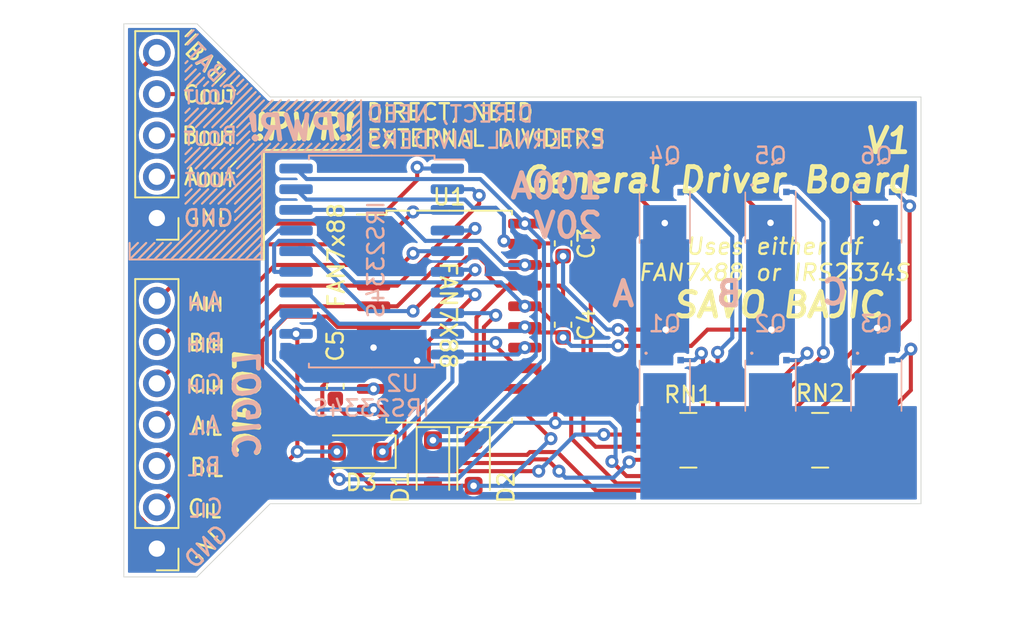
<source format=kicad_pcb>
(kicad_pcb (version 20221018) (generator pcbnew)
  (title_block (date "2021-11-22"))
  (layers (0 "F.Cu" signal) (31 "B.Cu" signal) (34 "B.Paste" user) (35 "F.Paste" user) (36 "B.SilkS" user "B.Silkscreen") (37 "F.SilkS" user "F.Silkscreen") (38 "B.Mask" user) (39 "F.Mask" user) (44 "Edge.Cuts" user))
  (net 0 "")
  (net 1 "GND")
  (net 2 "/A_{BS}")
  (net 3 "A_{OUT}")
  (net 4 "/B_{BS}")
  (net 5 "B_{OUT}")
  (net 6 "/C_{BS}")
  (net 7 "C_{OUT}")
  (net 8 "/AHO_{F}")
  (net 9 "/BHO_{F}")
  (net 10 "/CHO_{F}")
  (net 11 "+BATT")
  (net 12 "/ALO_{F}")
  (net 13 "/BLO_{F}")
  (net 14 "/CLO_{F}")
  (net 15 "/A_{HO}")
  (net 16 "/A_{LO}")
  (net 17 "/B_{HO}")
  (net 18 "/B_{LO}")
  (net 19 "/C_{HO}")
  (net 20 "/C_{LO}")
  (net 21 "/A_{IH}")
  (net 22 "/B_{IH}")
  (net 23 "/C_{IH}")
  (net 24 "/A_{IL}")
  (net 25 "/B_{IL}")
  (net 26 "/C_{IL}")
  (footprint "Capacitor_SMD:C_0603_1608Metric" (layer "F.Cu") (at 122.145 140.237 -90)
    (fp_text reference "C3")
    (fp_text value "1u")
  )
  (footprint "Capacitor_SMD:C_0603_1608Metric" (layer "F.Cu") (at 122.145 145.237 -90)
    (fp_text reference "C4")
    (fp_text value "1u")
  )
  (footprint "Capacitor_SMD:C_0603_1608Metric" (layer "F.Cu") (at 108.145 149.0245 90)
    (fp_text reference "C5")
    (fp_text value "1u")
  )
  (footprint "Diode_SMD:D_SOD-123F" (layer "F.Cu") (at 114.145 153.737 -90)
    (fp_text reference "D1")
    (fp_text value "DSS15UTR")
  )
  (footprint "Diode_SMD:D_SOD-123F" (layer "F.Cu") (at 116.645 153.737 -90)
    (fp_text reference "D2")
    (fp_text value "DSS15UTR")
  )
  (footprint "Diode_SMD:D_SOD-123F" (layer "F.Cu") (at 109.645 153.037 180)
    (fp_text reference "D3")
    (fp_text value "DSS15UTR")
  )
  (footprint "Resistor_SMD:R_Array_Convex_4x0603" (layer "F.Cu") (at 129.845 152.337)
    (fp_text reference "RN1")
    (fp_text value "20")
  )
  (footprint "Resistor_SMD:R_Array_Convex_4x0603" (layer "F.Cu") (at 137.945 152.337 180)
    (fp_text reference "RN2")
    (fp_text value "20")
  )
  (footprint "Package_SO:SOIC-20W_7.5x12.8mm_P1.27mm" (layer "F.Cu") (at 115.145 144.737)
    (fp_text reference "U1")
    (fp_text value "IRS2334S")
  )
  (footprint "Connector_PinHeader_2.54mm:PinHeader_1x07_P2.54mm_Vertical" (layer "F.Cu") (at 97.175 158.999 180)
    (fp_text reference "J1")
    (fp_text value "Logic")
  )
  (footprint "Connector_PinHeader_2.54mm:PinHeader_1x05_P2.54mm_Vertical" (layer "F.Cu") (at 97.175 138.679 180)
    (fp_text reference "J2")
    (fp_text value "Power")
  )
  (footprint "esc:TPN2R903PLL1Q" (layer "B.Cu") (at 128.395 148.987)
    (fp_text reference "Q1")
    (fp_text value "TPN2R903PL" hide)
  )
  (footprint "esc:TPN2R903PLL1Q" (layer "B.Cu") (at 134.895 148.987)
    (fp_text reference "Q2")
    (fp_text value "TPN2R903PL" hide)
  )
  (footprint "esc:TPN2R903PLL1Q" (layer "B.Cu") (at 141.395 148.987)
    (fp_text reference "Q3")
    (fp_text value "TPN2R903PL" hide)
  )
  (footprint "esc:TPN2R903PLL1Q" (layer "B.Cu") (at 128.395 138.662)
    (fp_text reference "Q4")
    (fp_text value "TPN2R903PL" hide)
  )
  (footprint "esc:TPN2R903PLL1Q" (layer "B.Cu") (at 134.895 138.647)
    (fp_text reference "Q5")
    (fp_text value "TPN2R903PL" hide)
  )
  (footprint "esc:TPN2R903PLL1Q" (layer "B.Cu") (at 141.395 138.647)
    (fp_text reference "Q6")
    (fp_text value "TPN2R903PL" hide)
  )
  (footprint "Package_SO:SOIC-20W_7.5x12.8mm_P1.27mm" (layer "B.Cu") (at 110.383 141.351 180)
    (fp_text reference "U2")
    (fp_text value "FAN7888")
  )
  (gr_line (start 99.949 137.795) (end 100.076 137.668) (stroke (width 0.12)) (layer "B.SilkS"))
  (gr_line (start 104.648 134.62) (end 105.156 134.112) (stroke (width 0.12)) (layer "B.SilkS"))
  (gr_line (start 109.728 131.572) (end 109.728 131.445) (stroke (width 0.12)) (layer "B.SilkS"))
  (gr_line (start 100.838 134.366) (end 100.584 134.62) (stroke (width 0.12)) (layer "B.SilkS"))
  (gr_line (start 102.108 132.588) (end 101.854 132.842) (stroke (width 0.12)) (layer "B.SilkS"))
  (gr_line (start 97.536 140.208) (end 96.52 141.224) (stroke (width 0.12)) (layer "B.SilkS"))
  (gr_line (start 98.044 140.208) (end 97.028 141.224) (stroke (width 0.12)) (layer "B.SilkS"))
  (gr_line (start 102.108 131.572) (end 102.616 131.064) (stroke (width 0.12)) (layer "B.SilkS"))
  (gr_line (start 101.473 137.795) (end 101.6 137.668) (stroke (width 0.12)) (layer "B.SilkS"))
  (gr_line (start 109.728 133.604) (end 108.712 134.62) (stroke (width 0.12)) (layer "B.SilkS"))
  (gr_line (start 100.203 131.953) (end 100.076 132.08) (stroke (width 0.12)) (layer "B.SilkS"))
  (gr_line (start 102.108 133.604) (end 102.616 133.096) (stroke (width 0.12)) (layer "B.SilkS"))
  (gr_line (start 100.584 141.224) (end 103.632 138.176) (stroke (width 0.12)) (layer "B.SilkS"))
  (gr_line (start 102.616 133.604) (end 102.87 133.35) (stroke (width 0.12)) (layer "B.SilkS"))
  (gr_line (start 100.076 134.62) (end 99.06 135.636) (stroke (width 0.12)) (layer "B.SilkS"))
  (gr_line (start 103.632 141.224) (end 103.632 134.62) (stroke (width 0.12)) (layer "B.SilkS"))
  (gr_line (start 100.457 137.795) (end 100.584 137.668) (stroke (width 0.12)) (layer "B.SilkS"))
  (gr_line (start 105.664 134.112) (end 105.156 134.62) (stroke (width 0.12)) (layer "B.SilkS"))
  (gr_line (start 100.965 137.795) (end 101.092 137.668) (stroke (width 0.12)) (layer "B.SilkS"))
  (gr_line (start 103.632 134.62) (end 109.728 134.62) (stroke (width 0.12)) (layer "B.SilkS"))
  (gr_line (start 100.838 136.906) (end 100.584 137.16) (stroke (width 0.12)) (layer "B.SilkS"))
  (gr_line (start 102.616 133.096) (end 102.87 132.842) (stroke (width 0.12)) (layer "B.SilkS"))
  (gr_line (start 102.108 133.096) (end 103.632 131.572) (stroke (width 0.12)) (layer "B.SilkS"))
  (gr_line (start 109.22 132.588) (end 109.728 132.08) (stroke (width 0.12)) (layer "B.SilkS"))
  (gr_line (start 105.664 132.08) (end 106.172 131.572) (stroke (width 0.12)) (layer "B.SilkS"))
  (gr_line (start 104.14 132.08) (end 104.648 131.572) (stroke (width 0.12)) (layer "B.SilkS"))
  (gr_line (start 109.347 131.445) (end 109.22 131.572) (stroke (width 0.12)) (layer "B.SilkS"))
  (gr_line (start 103.632 137.668) (end 100.076 141.224) (stroke (width 0.12)) (layer "B.SilkS"))
  (gr_line (start 99.187 131.953) (end 98.933 132.207) (stroke (width 0.12)) (layer "B.SilkS"))
  (gr_line (start 101.092 137.668) (end 103.632 135.128) (stroke (width 0.12)) (layer "B.SilkS"))
  (gr_line (start 99.568 133.096) (end 100.584 132.08) (stroke (width 0.12)) (layer "B.SilkS"))
  (gr_line (start 99.822 139.446) (end 99.568 139.7) (stroke (width 0.12)) (layer "B.SilkS"))
  (gr_line (start 104.775 131.445) (end 104.648 131.572) (stroke (width 0.12)) (layer "B.SilkS"))
  (gr_line (start 101.981 137.795) (end 102.108 137.668) (stroke (width 0.12)) (layer "B.SilkS"))
  (gr_line (start 100.076 133.096) (end 101.092 132.08) (stroke (width 0.12)) (layer "B.SilkS"))
  (gr_line (start 101.092 141.224) (end 103.632 138.684) (stroke (width 0.12)) (layer "B.SilkS"))
  (gr_line (start 99.568 127.508) (end 99.695 127.381) (stroke (width 0.12)) (layer "B.SilkS"))
  (gr_line (start 103.124 134.112) (end 102.108 135.128) (stroke (width 0.12)) (layer "B.SilkS"))
  (gr_line (start 104.267 131.445) (end 104.14 131.572) (stroke (width 0.12)) (layer "B.SilkS"))
  (gr_line (start 109.728 133.096) (end 109.22 133.604) (stroke (width 0.12)) (layer "B.SilkS"))
  (gr_line (start 99.822 136.906) (end 99.568 137.16) (stroke (width 0.12)) (layer "B.SilkS"))
  (gr_line (start 107.188 132.08) (end 107.696 131.572) (stroke (width 0.12)) (layer "B.SilkS"))
  (gr_line (start 99.695 131.953) (end 99.568 132.08) (stroke (width 0.12)) (layer "B.SilkS"))
  (gr_line (start 108.712 134.112) (end 108.204 134.62) (stroke (width 0.12)) (layer "B.SilkS"))
  (gr_line (start 103.759 131.445) (end 103.632 131.572) (stroke (width 0.12)) (layer "B.SilkS"))
  (gr_line (start 99.568 137.668) (end 100.076 137.16) (stroke (width 0.12)) (layer "B.SilkS"))
  (gr_line (start 101.346 139.446) (end 101.092 139.7) (stroke (width 0.12)) (layer "B.SilkS"))
  (gr_line (start 105.664 134.62) (end 106.172 134.112) (stroke (width 0.12)) (layer "B.SilkS"))
  (gr_line (start 101.219 131.953) (end 101.092 132.08) (stroke (width 0.12)) (layer "B.SilkS"))
  (gr_line (start 102.108 138.176) (end 103.632 136.652) (stroke (width 0.12)) (layer "B.SilkS"))
  (gr_line (start 104.14 134.112) (end 102.108 136.144) (stroke (width 0.12)) (layer "B.SilkS"))
  (gr_line (start 100.33 136.906) (end 100.076 137.16) (stroke (width 0.12)) (layer "B.SilkS"))
  (gr_line (start 98.933 129.159) (end 99.06 129.032) (stroke (width 0.12)) (layer "B.SilkS"))
  (gr_line (start 107.315 131.445) (end 107.188 131.572) (stroke (width 0.12)) (layer "B.SilkS"))
  (gr_line (start 108.712 132.08) (end 109.22 131.572) (stroke (width 0.12)) (layer "B.SilkS"))
  (gr_line (start 105.156 132.08) (end 105.664 131.572) (stroke (width 0.12)) (layer "B.SilkS"))
  (gr_line (start 101.092 133.096) (end 103.124 131.064) (stroke (width 0.12)) (layer "B.SilkS"))
  (gr_line (start 108.204 132.08) (end 108.712 131.572) (stroke (width 0.12)) (layer "B.SilkS"))
  (gr_line (start 101.092 134.62) (end 100.076 135.636) (stroke (width 0.12)) (layer "B.SilkS"))
  (gr_line (start 100.33 139.446) (end 100.076 139.7) (stroke (width 0.12)) (layer "B.SilkS"))
  (gr_line (start 100.584 130.556) (end 100.711 130.429) (stroke (width 0.12)) (layer "B.SilkS"))
  (gr_line (start 104.648 134.112) (end 104.14 134.62) (stroke (width 0.12)) (layer "B.SilkS"))
  (gr_line (start 103.124 141.224) (end 103.632 140.716) (stroke (width 0.12)) (layer "B.SilkS"))
  (gr_line (start 99.568 132.588) (end 100.076 132.08) (stroke (width 0.12)) (layer "B.SilkS"))
  (gr_line (start 103.632 132.08) (end 104.14 131.572) (stroke (width 0.12)) (layer "B.SilkS"))
  (gr_line (start 99.06 130.048) (end 99.568 129.54) (stroke (width 0.12)) (layer "B.SilkS"))
  (gr_line (start 99.568 139.7) (end 98.044 141.224) (stroke (width 0.12)) (layer "B.SilkS"))
  (gr_line (start 98.933 132.715) (end 99.06 132.588) (stroke (width 0.12)) (layer "B.SilkS"))
  (gr_line (start 98.933 137.795) (end 99.06 137.668) (stroke (width 0.12)) (layer "B.SilkS"))
  (gr_line (start 108.331 131.445) (end 108.204 131.572) (stroke (width 0.12)) (layer "B.SilkS"))
  (gr_line (start 101.981 138.811) (end 102.108 138.684) (stroke (width 0.12)) (layer "B.SilkS"))
  (gr_line (start 99.06 132.588) (end 99.568 132.08) (stroke (width 0.12)) (layer "B.SilkS"))
  (gr_line (start 99.06 139.7) (end 97.536 141.224) (stroke (width 0.12)) (layer "B.SilkS"))
  (gr_line (start 97.028 140.208) (end 96.012 141.224) (stroke (width 0.12)) (layer "B.SilkS"))
  (gr_line (start 100.33 134.366) (end 100.076 134.62) (stroke (width 0.12)) (layer "B.SilkS"))
  (gr_line (start 105.791 131.445) (end 105.664 131.572) (stroke (width 0.12)) (layer "B.SilkS"))
  (gr_line (start 106.68 134.62) (end 107.188 134.112) (stroke (width 0.12)) (layer "B.SilkS"))
  (gr_line (start 102.616 134.112) (end 101.092 135.636) (stroke (width 0.12)) (layer "B.SilkS"))
  (gr_line (start 109.22 133.096) (end 109.728 132.588) (stroke (width 0.12)) (layer "B.SilkS"))
  (gr_line (start 101.854 134.366) (end 101.6 134.62) (stroke (width 0.12)) (layer "B.SilkS"))
  (gr_line (start 106.172 132.08) (end 106.68 131.572) (stroke (width 0.12)) (layer "B.SilkS"))
  (gr_line (start 98.933 137.287) (end 99.314 136.906) (stroke (width 0.12)) (layer "B.SilkS"))
  (gr_line (start 98.933 135.255) (end 99.06 135.128) (stroke (width 0.12)) (layer "B.SilkS"))
  (gr_line (start 101.981 138.303) (end 102.108 138.176) (stroke (width 0.12)) (layer "B.SilkS"))
  (gr_line (start 102.108 134.112) (end 102.616 133.604) (stroke (width 0.12)) (layer "B.SilkS"))
  (gr_line (start 102.108 135.636) (end 103.632 134.112) (stroke (width 0.12)) (layer "B.SilkS"))
  (gr_line (start 101.6 134.62) (end 100.584 135.636) (stroke (width 0.12)) (layer "B.SilkS"))
  (gr_line (start 107.823 131.445) (end 107.696 131.572) (stroke (width 0.12)) (layer "B.SilkS"))
  (gr_line (start 101.981 129.667) (end 101.6 130.048) (stroke (width 0.12)) (layer "B.SilkS"))
  (gr_line (start 99.06 127.508) (end 99.441 127.127) (stroke (width 0.12)) (layer "B.SilkS"))
  (gr_line (start 103.251 130.937) (end 103.124 131.064) (stroke (width 0.12)) (layer "B.SilkS"))
  (gr_line (start 99.822 129.794) (end 99.568 130.048) (stroke (width 0.12)) (layer "B.SilkS"))
  (gr_line (start 100.838 139.446) (end 100.584 139.7) (stroke (width 0.12)) (layer "B.SilkS"))
  (gr_line (start 95.504 141.224) (end 103.632 141.224) (stroke (width 0.12)) (layer "B.SilkS"))
  (gr_line (start 102.108 132.588) (end 103.124 131.572) (stroke (width 0.12)) (layer "B.SilkS"))
  (gr_line (start 99.314 134.366) (end 98.933 134.747) (stroke (width 0.12)) (layer "B.SilkS"))
  (gr_line (start 98.933 130.175) (end 99.06 130.048) (stroke (width 0.12)) (layer "B.SilkS"))
  (gr_line (start 107.696 132.08) (end 108.204 131.572) (stroke (width 0.12)) (layer "B.SilkS"))
  (gr_line (start 100.711 131.953) (end 100.584 132.08) (stroke (width 0.12)) (layer "B.SilkS"))
  (gr_line (start 106.807 131.445) (end 106.68 131.572) (stroke (width 0.12)) (layer "B.SilkS"))
  (gr_line (start 99.06 133.096) (end 99.568 132.588) (stroke (width 0.12)) (layer "B.SilkS"))
  (gr_line (start 103.124 131.572) (end 103.505 131.191) (stroke (width 0.12)) (layer "B.SilkS"))
  (gr_line (start 102.108 141.224) (end 103.632 139.7) (stroke (width 0.12)) (layer "B.SilkS"))
  (gr_line (start 99.441 137.795) (end 99.568 137.668) (stroke (width 0.12)) (layer "B.SilkS"))
  (gr_line (start 109.22 134.62) (end 109.728 134.112) (stroke (width 0.12)) (layer "B.SilkS"))
  (gr_line (start 100.584 133.096) (end 101.6 132.08) (stroke (width 0.12)) (layer "B.SilkS"))
  (gr_line (start 106.68 134.112) (end 106.172 134.62) (stroke (width 0.12)) (layer "B.SilkS"))
  (gr_line (start 102.997 130.683) (end 102.616 131.064) (stroke (width 0.12)) (layer "B.SilkS"))
  (gr_line (start 102.108 131.064) (end 102.616 130.556) (stroke (width 0.12)) (layer "B.SilkS"))
  (gr_line (start 100.584 134.62) (end 99.568 135.636) (stroke (width 0.12)) (layer "B.SilkS"))
  (gr_line (start 108.204 134.112) (end 107.696 134.62) (stroke (width 0.12)) (layer "B.SilkS"))
  (gr_line (start 102.616 134.112) (end 102.87 133.858) (stroke (width 0.12)) (layer "B.SilkS"))
  (gr_line (start 101.6 137.668) (end 103.632 135.636) (stroke (width 0.12)) (layer "B.SilkS"))
  (gr_line (start 105.283 131.445) (end 105.156 131.572) (stroke (width 0.12)) (layer "B.SilkS"))
  (gr_line (start 102.235 129.921) (end 101.854 130.302) (stroke (width 0.12)) (layer "B.SilkS"))
  (gr_line (start 99.314 139.446) (end 99.06 139.7) (stroke (width 0.12)) (layer "B.SilkS"))
  (gr_line (start 100.33 130.302) (end 100.076 130.556) (stroke (width 0.12)) (layer "B.SilkS"))
  (gr_line (start 99.568 137.16) (end 99.06 137.668) (stroke (width 0.12)) (layer "B.SilkS"))
  (gr_line (start 109.728 134.62) (end 109.728 131.572) (stroke (width 0.12)) (layer "B.SilkS"))
  (gr_line (start 99.06 128.016) (end 99.568 127.508) (stroke (width 0.12)) (layer "B.SilkS"))
  (gr_line (start 107.696 134.112) (end 107.188 134.62) (stroke (width 0.12)) (layer "B.SilkS"))
  (gr_line (start 102.108 131.572) (end 101.6 132.08) (stroke (width 0.12)) (layer "B.SilkS"))
  (gr_line (start 96.012 140.208) (end 95.504 140.716) (stroke (width 0.12)) (layer "B.SilkS"))
  (gr_line (start 108.712 131.572) (end 108.839 131.445) (stroke (width 0.12)) (layer "B.SilkS"))
  (gr_line (start 100.584 137.668) (end 101.092 137.16) (stroke (width 0.12)) (layer "B.SilkS"))
  (gr_line (start 95.504 141.224) (end 95.504 140.208) (stroke (width 0.12)) (layer "B.SilkS"))
  (gr_line (start 101.092 130.556) (end 101.6 130.048) (stroke (width 0.12)) (layer "B.SilkS"))
  (gr_line (start 106.68 132.08) (end 107.188 131.572) (stroke (width 0.12)) (layer "B.SilkS"))
  (gr_line (start 102.108 138.684) (end 103.632 137.16) (stroke (width 0.12)) (layer "B.SilkS"))
  (gr_line (start 103.632 139.192) (end 101.6 141.224) (stroke (width 0.12)) (layer "B.SilkS"))
  (gr_line (start 100.584 139.7) (end 99.06 141.224) (stroke (width 0.12)) (layer "B.SilkS"))
  (gr_line (start 106.299 131.445) (end 106.172 131.572) (stroke (width 0.12)) (layer "B.SilkS"))
  (gr_line (start 99.314 129.286) (end 98.933 129.667) (stroke (width 0.12)) (layer "B.SilkS"))
  (gr_line (start 99.822 134.366) (end 99.568 134.62) (stroke (width 0.12)) (layer "B.SilkS"))
  (gr_line (start 109.22 132.08) (end 109.728 131.572) (stroke (width 0.12)) (layer "B.SilkS"))
  (gr_line (start 101.346 134.366) (end 101.092 134.62) (stroke (width 0.12)) (layer "B.SilkS"))
  (gr_line (start 102.743 130.429) (end 102.616 130.556) (stroke (width 0.12)) (layer "B.SilkS"))
  (gr_line (start 99.568 134.62) (end 99.06 135.128) (stroke (width 0.12)) (layer "B.SilkS"))
  (gr_line (start 102.489 130.175) (end 102.108 130.556) (stroke (width 0.12)) (layer "B.SilkS"))
  (gr_line (start 104.648 132.08) (end 105.156 131.572) (stroke (width 0.12)) (layer "B.SilkS"))
  (gr_line (start 99.06 130.556) (end 99.568 130.048) (stroke (width 0.12)) (layer "B.SilkS"))
  (gr_line (start 100.076 139.7) (end 98.552 141.224) (stroke (width 0.12)) (layer "B.SilkS"))
  (gr_line (start 100.584 137.16) (end 100.076 137.668) (stroke (width 0.12)) (layer "B.SilkS"))
  (gr_line (start 102.108 137.668) (end 103.632 136.144) (stroke (width 0.12)) (layer "B.SilkS"))
  (gr_line (start 103.632 140.208) (end 102.616 141.224) (stroke (width 0.12)) (layer "B.SilkS"))
  (gr_line (start 101.092 139.7) (end 99.568 141.224) (stroke (width 0.12)) (layer "B.SilkS"))
  (gr_line (start 99.568 130.556) (end 100.076 130.048) (stroke (width 0.12)) (layer "B.SilkS"))
  (gr_line (start 101.346 136.906) (end 101.092 137.16) (stroke (width 0.12)) (layer "B.SilkS"))
  (gr_line (start 96.52 140.208) (end 95.504 141.224) (stroke (width 0.12)) (layer "B.SilkS"))
  (gr_line (start 98.933 135.255) (end 99.695 134.493) (stroke (width 0.12)) (layer "F.SilkS"))
  (gr_line (start 101.981 138.303) (end 103.759 136.525) (stroke (width 0.12)) (layer "F.SilkS"))
  (gr_line (start 99.187 134.493) (end 98.933 134.747) (stroke (width 0.12)) (layer "F.SilkS"))
  (gr_line (start 101.6 135.636) (end 103.124 134.112) (stroke (width 0.12)) (layer "F.SilkS"))
  (gr_line (start 96.52 141.224) (end 97.536 140.208) (stroke (width 0.12)) (layer "F.SilkS"))
  (gr_line (start 102.108 133.096) (end 103.759 131.445) (stroke (width 0.12)) (layer "F.SilkS"))
  (gr_line (start 105.815 131.953) (end 106.323 131.445) (stroke (width 0.12)) (layer "F.SilkS"))
  (gr_line (start 100.584 130.556) (end 101.346 129.794) (stroke (width 0.12)) (layer "F.SilkS"))
  (gr_line (start 100.838 136.906) (end 99.949 137.795) (stroke (width 0.12)) (layer "F.SilkS"))
  (gr_line (start 109.347 133.477) (end 109.728 133.096) (stroke (width 0.12)) (layer "F.SilkS"))
  (gr_line (start 104.807 131.953) (end 105.315 131.445) (stroke (width 0.12)) (layer "F.SilkS"))
  (gr_line (start 102.235 131.445) (end 102.997 130.683) (stroke (width 0.12)) (layer "F.SilkS"))
  (gr_line (start 95.504 140.208) (end 95.504 140.716) (stroke (width 0.12)) (layer "F.SilkS"))
  (gr_line (start 107.831 131.953) (end 108.339 131.445) (stroke (width 0.12)) (layer "F.SilkS"))
  (gr_line (start 102.108 136.144) (end 104.14 134.112) (stroke (width 0.12)) (layer "F.SilkS"))
  (gr_line (start 103.759 137.033) (end 101.981 138.811) (stroke (width 0.12)) (layer "F.SilkS"))
  (gr_line (start 104.303 131.953) (end 104.811 131.445) (stroke (width 0.12)) (layer "F.SilkS"))
  (gr_line (start 103.124 141.224) (end 103.759 140.589) (stroke (width 0.12)) (layer "F.SilkS"))
  (gr_line (start 100.33 136.906) (end 99.441 137.795) (stroke (width 0.12)) (layer "F.SilkS"))
  (gr_line (start 102.108 130.556) (end 102.489 130.175) (stroke (width 0.12)) (layer "F.SilkS"))
  (gr_line (start 100.076 130.556) (end 100.33 130.302) (stroke (width 0.12)) (layer "F.SilkS"))
  (gr_line (start 102.235 129.921) (end 101.6 130.556) (stroke (width 0.12)) (layer "F.SilkS"))
  (gr_line (start 103.759 140.081) (end 102.616 141.224) (stroke (width 0.12)) (layer "F.SilkS"))
  (gr_line (start 105.283 134.493) (end 105.664 134.112) (stroke (width 0.12)) (layer "F.SilkS"))
  (gr_line (start 101.346 139.446) (end 99.568 141.224) (stroke (width 0.12)) (layer "F.SilkS"))
  (gr_line (start 100.076 141.224) (end 103.759 137.541) (stroke (width 0.12)) (layer "F.SilkS"))
  (gr_line (start 104.775 134.493) (end 105.156 134.112) (stroke (width 0.12)) (layer "F.SilkS"))
  (gr_line (start 99.822 130.302) (end 100.076 130.048) (stroke (width 0.12)) (layer "F.SilkS"))
  (gr_line (start 105.311 131.953) (end 105.819 131.445) (stroke (width 0.12)) (layer "F.SilkS"))
  (gr_line (start 99.314 136.906) (end 98.933 137.287) (stroke (width 0.12)) (layer "F.SilkS"))
  (gr_line (start 108.839 134.493) (end 109.728 133.604) (stroke (width 0.12)) (layer "F.SilkS"))
  (gr_line (start 109.347 132.461) (end 109.728 132.08) (stroke (width 0.12)) (layer "F.SilkS"))
  (gr_line (start 101.981 137.795) (end 103.759 136.017) (stroke (width 0.12)) (layer "F.SilkS"))
  (gr_line (start 101.219 131.953) (end 100.076 133.096) (stroke (width 0.12)) (layer "F.SilkS"))
  (gr_line (start 106.807 134.493) (end 107.188 134.112) (stroke (width 0.12)) (layer "F.SilkS"))
  (gr_line (start 109.347 131.953) (end 109.728 131.572) (stroke (width 0.12)) (layer "F.SilkS"))
  (gr_line (start 106.299 134.493) (end 106.68 134.112) (stroke (width 0.12)) (layer "F.SilkS"))
  (gr_line (start 107.823 134.493) (end 108.204 134.112) (stroke (width 0.12)) (layer "F.SilkS"))
  (gr_line (start 99.695 132.969) (end 100.711 131.953) (stroke (width 0.12)) (layer "F.SilkS"))
  (gr_line (start 103.759 139.573) (end 102.108 141.224) (stroke (width 0.12)) (layer "F.SilkS"))
  (gr_line (start 102.108 133.604) (end 102.87 132.842) (stroke (width 0.12)) (layer "F.SilkS"))
  (gr_line (start 99.187 131.953) (end 98.933 132.207) (stroke (width 0.12)) (layer "F.SilkS"))
  (gr_line (start 99.822 139.446) (end 98.044 141.224) (stroke (width 0.12)) (layer "F.SilkS"))
  (gr_line (start 99.568 135.636) (end 100.711 134.493) (stroke (width 0.12)) (layer "F.SilkS"))
  (gr_line (start 100.457 137.795) (end 101.346 136.906) (stroke (width 0.12)) (layer "F.SilkS"))
  (gr_line (start 103.759 134.493) (end 109.728 134.493) (stroke (width 0.12)) (layer "F.SilkS"))
  (gr_line (start 100.33 139.446) (end 98.552 141.224) (stroke (width 0.12)) (layer "F.SilkS"))
  (gr_line (start 100.965 137.795) (end 103.759 135.001) (stroke (width 0.12)) (layer "F.SilkS"))
  (gr_line (start 102.743 130.429) (end 102.235 130.937) (stroke (width 0.12)) (layer "F.SilkS"))
  (gr_line (start 103.251 130.937) (end 101.092 133.096) (stroke (width 0.12)) (layer "F.SilkS"))
  (gr_line (start 109.728 134.493) (end 109.728 131.445) (stroke (width 0.12)) (layer "F.SilkS"))
  (gr_line (start 99.441 130.175) (end 99.822 129.794) (stroke (width 0.12)) (layer "F.SilkS"))
  (gr_line (start 103.759 139.065) (end 101.6 141.224) (stroke (width 0.12)) (layer "F.SilkS"))
  (gr_line (start 108.331 134.493) (end 108.712 134.112) (stroke (width 0.12)) (layer "F.SilkS"))
  (gr_line (start 109.347 132.969) (end 109.728 132.588) (stroke (width 0.12)) (layer "F.SilkS"))
  (gr_line (start 103.799 131.953) (end 104.307 131.445) (stroke (width 0.12)) (layer "F.SilkS"))
  (gr_line (start 98.044 140.208) (end 97.028 141.224) (stroke (width 0.12)) (layer "F.SilkS"))
  (gr_line (start 99.314 139.446) (end 97.536 141.224) (stroke (width 0.12)) (layer "F.SilkS"))
  (gr_line (start 100.203 134.493) (end 99.441 135.255) (stroke (width 0.12)) (layer "F.SilkS"))
  (gr_line (start 101.219 134.493) (end 100.076 135.636) (stroke (width 0.12)) (layer "F.SilkS"))
  (gr_line (start 103.759 138.049) (end 100.584 141.224) (stroke (width 0.12)) (layer "F.SilkS"))
  (gr_line (start 98.933 132.715) (end 99.695 131.953) (stroke (width 0.12)) (layer "F.SilkS"))
  (gr_line (start 96.012 140.208) (end 95.504 140.716) (stroke (width 0.12)) (layer "F.SilkS"))
  (gr_line (start 98.933 127.508) (end 99.314 127.127) (stroke (width 0.12)) (layer "F.SilkS"))
  (gr_line (start 101.6 133.096) (end 103.505 131.191) (stroke (width 0.12)) (layer "F.SilkS"))
  (gr_line (start 108.335 131.953) (end 108.843 131.445) (stroke (width 0.12)) (layer "F.SilkS"))
  (gr_line (start 105.791 134.493) (end 106.172 134.112) (stroke (width 0.12)) (layer "F.SilkS"))
  (gr_line (start 103.759 140.589) (end 103.759 140.081) (stroke (width 0.12)) (layer "F.SilkS"))
  (gr_line (start 95.504 140.716) (end 95.504 141.224) (stroke (width 0.12)) (layer "F.SilkS"))
  (gr_line (start 100.584 135.636) (end 101.727 134.493) (stroke (width 0.12)) (layer "F.SilkS"))
  (gr_line (start 100.838 139.446) (end 99.06 141.224) (stroke (width 0.12)) (layer "F.SilkS"))
  (gr_line (start 101.092 135.636) (end 102.743 133.985) (stroke (width 0.12)) (layer "F.SilkS"))
  (gr_line (start 98.933 130.175) (end 99.568 129.54) (stroke (width 0.12)) (layer "F.SilkS"))
  (gr_line (start 102.108 135.636) (end 103.632 134.112) (stroke (width 0.12)) (layer "F.SilkS"))
  (gr_line (start 109.347 134.493) (end 109.728 134.112) (stroke (width 0.12)) (layer "F.SilkS"))
  (gr_line (start 106.319 131.953) (end 106.827 131.445) (stroke (width 0.12)) (layer "F.SilkS"))
  (gr_line (start 103.759 141.224) (end 103.759 134.493) (stroke (width 0.12)) (layer "F.SilkS"))
  (gr_line (start 102.616 141.224) (end 102.235 141.224) (stroke (width 0.12)) (layer "F.SilkS"))
  (gr_line (start 100.203 131.953) (end 99.441 132.715) (stroke (width 0.12)) (layer "F.SilkS"))
  (gr_line (start 95.504 141.224) (end 103.759 141.224) (stroke (width 0.12)) (layer "F.SilkS"))
  (gr_line (start 98.933 129.159) (end 99.06 129.032) (stroke (width 0.12)) (layer "F.SilkS"))
  (gr_line (start 99.822 136.906) (end 98.933 137.795) (stroke (width 0.12)) (layer "F.SilkS"))
  (gr_line (start 98.933 129.667) (end 99.314 129.286) (stroke (width 0.12)) (layer "F.SilkS"))
  (gr_line (start 101.092 130.556) (end 101.981 129.667) (stroke (width 0.12)) (layer "F.SilkS"))
  (gr_line (start 104.267 134.493) (end 104.648 134.112) (stroke (width 0.12)) (layer "F.SilkS"))
  (gr_line (start 106.823 131.953) (end 107.331 131.445) (stroke (width 0.12)) (layer "F.SilkS"))
  (gr_line (start 107.315 134.493) (end 107.696 134.112) (stroke (width 0.12)) (layer "F.SilkS"))
  (gr_line (start 100.584 133.096) (end 101.727 131.953) (stroke (width 0.12)) (layer "F.SilkS"))
  (gr_line (start 96.52 140.208) (end 95.504 141.224) (stroke (width 0.12)) (layer "F.SilkS"))
  (gr_line (start 108.839 131.953) (end 109.347 131.445) (stroke (width 0.12)) (layer "F.SilkS"))
  (gr_line (start 97.028 140.208) (end 96.012 141.224) (stroke (width 0.12)) (layer "F.SilkS"))
  (gr_line (start 98.933 128.016) (end 99.568 127.381) (stroke (width 0.12)) (layer "F.SilkS"))
  (gr_line (start 101.092 141.224) (end 103.759 138.557) (stroke (width 0.12)) (layer "F.SilkS"))
  (gr_line (start 101.473 137.795) (end 103.759 135.509) (stroke (width 0.12)) (layer "F.SilkS"))
  (gr_line (start 102.108 134.112) (end 102.743 133.477) (stroke (width 0.12)) (layer "F.SilkS"))
  (gr_line (start 107.327 131.953) (end 107.835 131.445) (stroke (width 0.12)) (layer "F.SilkS"))
  (gr_line (start 144.145 131.237) (end 104.145 131.237) (stroke (width 0.05)) (layer "Edge.Cuts"))
  (gr_line (start 104.145 131.237) (end 99.645 126.737) (stroke (width 0.05)) (layer "Edge.Cuts"))
  (gr_line (start 144.145 156.237) (end 144.145 131.237) (stroke (width 0.05)) (layer "Edge.Cuts"))
  (gr_line (start 99.645 160.737) (end 104.145 156.237) (stroke (width 0.05)) (layer "Edge.Cuts"))
  (gr_line (start 95.145 160.737) (end 99.145 160.737) (stroke (width 0.05)) (layer "Edge.Cuts"))
  (gr_line (start 99.645 126.737) (end 95.145 126.737) (stroke (width 0.05)) (layer "Edge.Cuts"))
  (gr_line (start 104.145 156.237) (end 144.145 156.237) (stroke (width 0.05)) (layer "Edge.Cuts"))
  (gr_line (start 99.145 160.737) (end 99.645 160.737) (stroke (width 0.05)) (layer "Edge.Cuts"))
  (gr_line (start 95.145 126.737) (end 95.145 160.737) (stroke (width 0.05)) (layer "Edge.Cuts"))
  (gr_text "A" (at 125.845 143.337) (layer "B.SilkS") (effects (font (size 1.5 1.5) (thickness 0.3)) (justify mirror)))
  (gr_text "IRS2334S" (at 110.645 141.237 90) (layer "B.SilkS") (effects (font (size 1 1)) (justify mirror)))
  (gr_text "C_{IH}" (at 100.096 148.844) (layer "B.SilkS") (effects (font (size 1 1)) (justify mirror)))
  (gr_text "B_{IL}" (at 100.096 153.924) (layer "B.SilkS") (effects (font (size 1 1)) (justify mirror)))
  (gr_text "DIRECT, NEED\nEXTERNAL DIVIDERS" (at 109.982 133.096) (layer "B.SilkS") (effects (font (size 1 1)) (justify right mirror)))
  (gr_text "B" (at 132.345 143.337) (layer "B.SilkS") (effects (font (size 1.5 1.5) (thickness 0.3)) (justify mirror)))
  (gr_text "B_{OUT}" (at 100.477 133.604) (layer "B.SilkS") (effects (font (size 1 1)) (justify mirror)))
  (gr_text "GND" (at 100.223 158.877 45) (layer "B.SilkS") (effects (font (size 1 1)) (justify mirror)))
  (gr_text "BAT" (at 100.223 129.159 -45) (layer "B.SilkS") (effects (font (size 1 1)) (justify mirror)))
  (gr_text "LOGIC" (at 102.743 153.543 90) (layer "B.SilkS") (effects (font (size 1.5 1.5) (thickness 0.3) italic) (justify right mirror)))
  (gr_text "B_{IH}" (at 100.096 146.304) (layer "B.SilkS") (effects (font (size 1 1)) (justify mirror)))
  (gr_text "A_{OUT}" (at 100.477 136.144) (layer "B.SilkS") (effects (font (size 1 1)) (justify mirror)))
  (gr_text "C_{IL}" (at 100.223 156.464) (layer "B.SilkS") (effects (font (size 1 1)) (justify mirror)))
  (gr_text "GND" (at 100.35 138.684) (layer "B.SilkS") (effects (font (size 1 1)) (justify mirror)))
  (gr_text "!PWR!" (at 102.6668 133.1468) (layer "B.SilkS") (effects (font (size 1.5 1.5) (thickness 0.3) italic) (justify right mirror)))
  (gr_text "IRS2334S" (at 110.363 150.368) (layer "B.SilkS") (effects (font (size 1 1)) (justify mirror)))
  (gr_text "100A\n20V" (at 124.714 137.922) (layer "B.SilkS") (effects (font (size 1.5 1.5) (thickness 0.3)) (justify left mirror)))
  (gr_text "A_{IH}" (at 100.096 143.764) (layer "B.SilkS") (effects (font (size 1 1)) (justify mirror)))
  (gr_text "A_{IL}" (at 100.096 151.384) (layer "B.SilkS") (effects (font (size 1 1)) (justify mirror)))
  (gr_text "C_{OUT}" (at 100.477 131.064) (layer "B.SilkS") (effects (font (size 1 1)) (justify mirror)))
  (gr_text "C" (at 138.845 143.237) (layer "B.SilkS") (effects (font (size 1.5 1.5) (thickness 0.3)) (justify mirror)))
  (gr_text "B_{OUT}" (at 100.35 133.604) (layer "F.SilkS") (effects (font (size 1 1))))
  (gr_text "C_{IL}" (at 100.096 156.509) (layer "F.SilkS") (effects (font (size 1 1))))
  (gr_text "GND" (at 100.35 138.684) (layer "F.SilkS") (effects (font (size 1 1))))
  (gr_text "A_{OUT}" (at 100.410008 136.144) (layer "F.SilkS") (effects (font (size 1 1))))
  (gr_text "DIRECT, NEED\nEXTERNAL DIVIDERS" (at 109.982 132.969) (layer "F.SilkS") (effects (font (size 1 1)) (justify left)))
  (gr_text "B_{IL}" (at 100.223 153.969) (layer "F.SilkS") (effects (font (size 1 1))))
  (gr_text "V1\nGeneral Driver Board\n" (at 143.637 135.128) (layer "F.SilkS") (effects (font (size 1.5 1.5) (thickness 0.3) italic) (justify right)))
  (gr_text "A_{IL}" (at 100.223 151.429) (layer "F.SilkS") (effects (font (size 1 1))))
  (gr_text "FAN7X88" (at 115.082 144.653 270) (layer "F.SilkS") (effects (font (size 1 1))))
  (gr_text "BAT" (at 100.096 129.032 315) (layer "F.SilkS") (effects (font (size 1 1))))
  (gr_text "GND" (at 100.223 158.877 45) (layer "F.SilkS") (effects (font (size 1 1))))
  (gr_text "LOGIC" (at 102.616 153.416 -90) (layer "F.SilkS") (effects (font (size 1.5 1.5) (thickness 0.3) italic) (justify right)))
  (gr_text "A_{IH}" (at 100.223 143.809) (layer "F.SilkS") (effects (font (size 1 1))))
  (gr_text "C_{IH}" (at 100.223 148.889) (layer "F.SilkS") (effects (font (size 1 1))))
  (gr_text "C_{OUT}" (at 100.410008 131.064) (layer "F.SilkS") (effects (font (size 1 1))))
  (gr_text "FAN7x88" (at 108.204 140.97 90) (layer "F.SilkS") (effects (font (size 1 1))))
  (gr_text "!PWR!" (at 109.474 133.096) (layer "F.SilkS") (effects (font (size 1.5 1.5) (thickness 0.3) italic) (justify right)))
  (gr_text "B_{IH}" (at 100.223 146.349) (layer "F.SilkS") (effects (font (size 1 1))))
  (gr_text "SAVO BAJIC" (at 135.382 144.018) (layer "F.SilkS") (effects (font (size 1.5 1.5) (thickness 0.3) italic)))
  (gr_text "Uses either of\nFAN7x88 or IRS2334S" (at 135.128 141.224) (layer "F.SilkS") (effects (font (size 1 1) (thickness 0.15) italic)))
  (segment (start 110.495 146.642) (end 112.362 146.642) (width 0.25) (layer "F.Cu") (net 1))
  (segment (start 112.362 146.642) (end 113.17 147.45) (width 0.25) (layer "F.Cu") (net 1))
  (via (at 110.495 146.642) (size 0.8) (drill 0.4) (layers "F.Cu" "B.Cu") (net 1))
  (via (at 113.17 147.45) (size 0.8) (drill 0.4) (layers "F.Cu" "B.Cu") (net 1))
  (segment (start 105.733 147.066) (end 110.071 147.066) (width 0.25) (layer "B.Cu") (net 1))
  (segment (start 110.071 147.066) (end 110.495 146.642) (width 0.25) (layer "B.Cu") (net 1))
  (segment (start 119.795 139.022) (end 121.7175 139.022) (width 0.25) (layer "F.Cu") (net 2))
  (segment (start 121.7175 139.022) (end 122.145 139.4495) (width 0.25) (layer "F.Cu") (net 2))
  (via (at 114.145 152.337) (size 0.8) (drill 0.4) (layers "F.Cu" "B.Cu") (net 2))
  (via (at 119.795 139.022) (size 0.8) (drill 0.4) (layers "F.Cu" "B.Cu") (net 2))
  (segment (start 120.970011 140.197011) (end 120.97001 147.36199) (width 0.25) (layer "B.Cu") (net 2))
  (segment (start 117.05448 136.28148) (end 119.795 139.022) (width 0.25) (layer "B.Cu") (net 2))
  (segment (start 106.37848 136.28148) (end 117.05448 136.28148) (width 0.25) (layer "B.Cu") (net 2))
  (segment (start 119.795 138.701928) (end 119.795 139.022) (width 0.25) (layer "B.Cu") (net 2))
  (segment (start 119.795 139.022) (end 120.970011 140.197011) (width 0.25) (layer "B.Cu") (net 2))
  (segment (start 120.97001 147.36199) (end 115.995 152.337) (width 0.25) (layer "B.Cu") (net 2))
  (segment (start 105.733 135.636) (end 106.37848 136.28148) (width 0.25) (layer "B.Cu") (net 2))
  (segment (start 115.995 152.337) (end 114.145 152.337) (width 0.25) (layer "B.Cu") (net 2))
  (segment (start 119.795 141.562) (end 121.6075 141.562) (width 0.25) (layer "F.Cu") (net 3))
  (segment (start 102.26 136.139) (end 97.175 136.139) (width 0.25) (layer "F.Cu") (net 3))
  (segment (start 119.752 141.605) (end 119.795 141.562) (width 0.25) (layer "F.Cu") (net 3))
  (segment (start 128.395 138.987) (end 123.647 134.239) (width 0.25) (layer "F.Cu") (net 3))
  (segment (start 125.52 145.537) (end 128.445 145.537) (width 0.25) (layer "F.Cu") (net 3))
  (segment (start 104.16 134.239) (end 102.26 136.139) (width 0.25) (layer "F.Cu") (net 3))
  (segment (start 121.6075 141.562) (end 122.145 141.0245) (width 0.25) (layer "F.Cu") (net 3))
  (segment (start 123.647 134.239) (end 104.16 134.239) (width 0.25) (layer "F.Cu") (net 3))
  (via (at 128.445 145.537) (size 0.8) (drill 0.4) (layers "F.Cu" "B.Cu") (net 3))
  (via (at 128.395 138.987) (size 0.8) (drill 0.4) (layers "F.Cu" "B.Cu") (net 3))
  (via (at 119.795 141.562) (size 0.8) (drill 0.4) (layers "F.Cu" "B.Cu") (net 3))
  (via (at 125.52 145.537) (size 0.8) (drill 0.4) (layers "F.Cu" "B.Cu") (net 3))
  (via (at 122.145 141.0245) (size 0.8) (drill 0.4) (layers "F.Cu" "B.Cu") (net 3))
  (segment (start 119.795 141.562) (end 118.551592 141.562) (width 0.25) (layer "B.Cu") (net 3))
  (segment (start 124.845 145.537) (end 125.52 145.537) (width 0.25) (layer "B.Cu") (net 3))
  (segment (start 122.145 142.837) (end 124.845 145.537) (width 0.25) (layer "B.Cu") (net 3))
  (segment (start 128.07 139.312) (end 128.395 138.987) (width 0.25) (layer "B.Cu") (net 3))
  (segment (start 122.145 141.0245) (end 122.145 142.837) (width 0.25) (layer "B.Cu") (net 3))
  (segment (start 117.070592 140.081) (end 113.676386 140.081) (width 0.25) (layer "B.Cu") (net 3))
  (segment (start 113.676386 140.081) (end 111.771386 138.176) (width 0.25) (layer "B.Cu") (net 3))
  (segment (start 111.771386 138.176) (end 105.733 138.176) (width 0.25) (layer "B.Cu") (net 3))
  (segment (start 118.551592 141.562) (end 117.070592 140.081) (width 0.25) (layer "B.Cu") (net 3))
  (segment (start 127.42 146.562) (end 128.445 145.537) (width 0.25) (layer "B.Cu") (net 3))
  (segment (start 128.07 140.237) (end 128.07 139.312) (width 0.25) (layer "B.Cu") (net 3))
  (segment (start 127.42 147.412) (end 127.42 146.562) (width 0.25) (layer "B.Cu") (net 3))
  (segment (start 119.795 142.832) (end 118.130408 142.832) (width 0.25) (layer "F.Cu") (net 4))
  (segment (start 116.995614 141.097) (end 116.225 141.097) (width 0.25) (layer "F.Cu") (net 4))
  (segment (start 118.130408 142.832) (end 117.457511 142.159103) (width 0.25) (layer "F.Cu") (net 4))
  (segment (start 117.457511 142.159103) (end 117.457511 141.558897) (width 0.25) (layer "F.Cu") (net 4))
  (segment (start 118.77 142.832) (end 116.820921 144.781079) (width 0.25) (layer "F.Cu") (net 4))
  (segment (start 116.225 141.097) (end 112.923 144.399) (width 0.25) (layer "F.Cu") (net 4))
  (segment (start 116.820921 144.781079) (end 116.820921 152.161079) (width 0.25) (layer "F.Cu") (net 4))
  (segment (start 119.795 142.832) (end 121.93645 142.832) (width 0.25) (layer "F.Cu") (net 4))
  (segment (start 117.457511 141.558897) (end 116.995614 141.097) (width 0.25) (layer "F.Cu") (net 4))
  (segment (start 122.145 143.04055) (end 122.145 144.4495) (width 0.25) (layer "F.Cu") (net 4))
  (segment (start 121.93645 142.832) (end 122.145 143.04055) (width 0.25) (layer "F.Cu") (net 4))
  (segment (start 119.795 142.832) (end 118.77 142.832) (width 0.25) (layer "F.Cu") (net 4))
  (segment (start 116.820921 152.161079) (end 116.645 152.337) (width 0.25) (layer "F.Cu") (net 4))
  (via (at 112.923 144.399) (size 0.8) (drill 0.4) (layers "F.Cu" "B.Cu") (net 4))
  (segment (start 112.923 144.399) (end 110.129 144.399) (width 0.25) (layer "B.Cu") (net 4))
  (segment (start 105.91848 140.53052) (end 106.26052 140.53052) (width 0.25) (layer "B.Cu") (net 4))
  (segment (start 105.733 140.716) (end 105.91848 140.53052) (width 0.25) (layer "B.Cu") (net 4))
  (segment (start 106.26052 140.53052) (end 110.129 144.399) (width 0.25) (layer "B.Cu") (net 4))
  (segment (start 129.522 133.599) (end 97.175 133.599) (width 0.25) (layer "F.Cu") (net 5))
  (segment (start 130.021995 146.537003) (end 131.021998 145.537) (width 0.25) (layer "F.Cu") (net 5))
  (segment (start 130.021995 146.537003) (end 125.520003 146.537003) (width 0.25) (layer "F.Cu") (net 5))
  (segment (start 125.520003 146.537003) (end 125.52 146.537) (width 0.25) (layer "F.Cu") (net 5))
  (segment (start 119.795 145.372) (end 120.134999 145.711999) (width 0.25) (layer "F.Cu") (net 5))
  (segment (start 134.895 138.972) (end 129.522 133.599) (width 0.25) (layer "F.Cu") (net 5))
  (segment (start 120.134999 145.711999) (end 121.832499 145.711999) (width 0.25) (layer "F.Cu") (net 5))
  (segment (start 131.021998 145.537) (end 134.945 145.537) (width 0.25) (layer "F.Cu") (net 5))
  (segment (start 121.832499 145.711999) (end 122.145 146.0245) (width 0.25) (layer "F.Cu") (net 5))
  (via (at 125.52 146.537) (size 0.8) (drill 0.4) (layers "F.Cu" "B.Cu") (net 5))
  (via (at 134.895 138.972) (size 0.8) (drill 0.4) (layers "F.Cu" "B.Cu") (net 5))
  (via (at 119.795 145.372) (size 0.8) (drill 0.4) (layers "F.Cu" "B.Cu") (net 5))
  (via (at 134.945 145.537) (size 0.8) (drill 0.4) (layers "F.Cu" "B.Cu") (net 5))
  (via (at 122.145 146.0245) (size 0.8) (drill 0.4) (layers "F.Cu" "B.Cu") (net 5))
  (segment (start 133.92 146.562) (end 134.945 145.537) (width 0.25) (layer "B.Cu") (net 5))
  (segment (start 108.36148 145.17148) (end 106.446 143.256) (width 0.25) (layer "B.Cu") (net 5))
  (segment (start 116.550061 145.616989) (end 116.104552 145.17148) (width 0.25) (layer "B.Cu") (net 5))
  (segment (start 122.657503 146.537003) (end 124.845 146.537003) (width 0.25) (layer "B.Cu") (net 5))
  (segment (start 106.446 143.256) (end 105.733 143.256) (width 0.25) (layer "B.Cu") (net 5))
  (segment (start 134.57 139.297) (end 134.895 138.972) (width 0.25) (layer "B.Cu") (net 5))
  (segment (start 119.550011 145.616989) (end 116.550061 145.616989) (width 0.25) (layer "B.Cu") (net 5))
  (segment (start 133.92 146.912) (end 133.92 146.562) (width 0.25) (layer "B.Cu") (net 5))
  (segment (start 124.845003 146.537) (end 124.845 146.537003) (width 0.25) (layer "B.Cu") (net 5))
  (segment (start 134.57 140.222) (end 134.57 139.297) (width 0.25) (layer "B.Cu") (net 5))
  (segment (start 116.104552 145.17148) (end 108.36148 145.17148) (width 0.25) (layer "B.Cu") (net 5))
  (segment (start 133.92 147.412) (end 133.92 146.912) (width 0.25) (layer "B.Cu") (net 5))
  (segment (start 125.52 146.537) (end 124.845003 146.537) (width 0.25) (layer "B.Cu") (net 5))
  (segment (start 119.795 145.372) (end 119.550011 145.616989) (width 0.25) (layer "B.Cu") (net 5))
  (segment (start 122.145 146.0245) (end 122.657503 146.537003) (width 0.25) (layer "B.Cu") (net 5))
  (segment (start 108.145 149.812) (end 108.145 150.137) (width 0.25) (layer "F.Cu") (net 6))
  (segment (start 119.075236 146.642) (end 119.795 146.642) (width 0.25) (layer "F.Cu") (net 6))
  (segment (start 108.145 150.137) (end 111.045 153.037) (width 0.25) (layer "F.Cu") (net 6))
  (via (at 111.045 153.037) (size 0.8) (drill 0.4) (layers "F.Cu" "B.Cu") (net 6))
  (via (at 119.795 146.642) (size 0.8) (drill 0.4) (layers "F.Cu" "B.Cu") (net 6))
  (segment (start 111.045 153.037) (end 115.345 148.737) (width 0.25) (layer "B.Cu") (net 6))
  (segment (start 119.371 147.066) (end 115.033 147.066) (width 0.25) (layer "B.Cu") (net 6))
  (segment (start 115.345 148.737) (end 115.345 147.378) (width 0.25) (layer "B.Cu") (net 6))
  (segment (start 119.795 146.642) (end 119.371 147.066) (width 0.25) (layer "B.Cu") (net 6))
  (segment (start 115.345 147.378) (end 115.033 147.066) (width 0.25) (layer "B.Cu") (net 6))
  (segment (start 117.278489 145.377511) (end 117.278489 147.992489) (width 0.25) (layer "F.Cu") (net 7))
  (segment (start 125.145 153.637) (end 126.045 154.537) (width 0.25) (layer "F.Cu") (net 7))
  (segment (start 126.045 154.537) (end 132.27218 154.537) (width 0.25) (layer "F.Cu") (net 7))
  (segment (start 108.259998 154.737) (end 108.395 154.737) (width 0.25) (layer "F.Cu") (net 7))
  (segment (start 108.145 148.237) (end 107.34499 149.03701) (width 0.25) (layer "F.Cu") (net 7))
  (segment (start 107.34499 149.03701) (end 107.34499 153.821992) (width 0.25) (layer "F.Cu") (net 7))
  (segment (start 135.275 132.842) (end 104.16 132.842) (width 0.25) (layer "F.Cu") (net 7))
  (segment (start 121.669999 150.031999) (end 121.669999 151.261999) (width 0.25) (layer "F.Cu") (net 7))
  (segment (start 141.37218 145.437) (end 141.445 145.437) (width 0.25) (layer "F.Cu") (net 7))
  (segment (start 104.16 132.842) (end 102.377 131.059) (width 0.25) (layer "F.Cu") (net 7))
  (segment (start 120.82 149.182) (end 121.669999 150.031999) (width 0.25) (layer "F.Cu") (net 7))
  (segment (start 132.27218 154.537) (end 141.37218 145.437) (width 0.25) (layer "F.Cu") (net 7))
  (segment (start 117.278489 147.992489) (end 118.468 149.182) (width 0.25) (layer "F.Cu") (net 7))
  (segment (start 119.795 149.182) (end 120.82 149.182) (width 0.25) (layer "F.Cu") (net 7))
  (segment (start 141.395 138.962) (end 135.275 132.842) (width 0.25) (layer "F.Cu") (net 7))
  (segment (start 107.34499 153.821992) (end 108.259998 154.737) (width 0.25) (layer "F.Cu") (net 7))
  (segment (start 141.395 138.972) (end 141.395 138.962) (width 0.25) (layer "F.Cu") (net 7))
  (segment (start 118.003 144.653) (end 117.278489 145.377511) (width 0.25) (layer "F.Cu") (net 7))
  (segment (start 118.468 149.182) (end 119.795 149.182) (width 0.25) (layer "F.Cu") (net 7))
  (segment (start 102.377 131.059) (end 97.175 131.059) (width 0.25) (layer "F.Cu") (net 7))
  (via (at 141.395 138.972) (size 0.8) (drill 0.4) (layers "F.Cu" "B.Cu") (net 7))
  (via (at 121.669999 151.261999) (size 0.8) (drill 0.4) (layers "F.Cu" "B.Cu") (net 7))
  (via (at 118.003 144.653) (size 0.8) (drill 0.4) (layers "F.Cu" "B.Cu") (net 7))
  (via (at 108.395 154.737) (size 0.8) (drill 0.4) (layers "F.Cu" "B.Cu") (net 7))
  (via (at 125.145 153.637) (size 0.8) (drill 0.4) (layers "F.Cu" "B.Cu") (net 7))
  (via (at 141.445 145.437) (size 0.8) (drill 0.4) (layers "F.Cu" "B.Cu") (net 7))
  (segment (start 119.120001 151.261999) (end 121.669999 151.261999) (width 0.25) (layer "B.Cu") (net 7))
  (segment (start 141.445 147.037) (end 141.07 147.412) (width 0.25) (layer "B.Cu") (net 7))
  (segment (start 124.993001 151.261999) (end 125.370001 151.638999) (width 0.25) (layer "B.Cu") (net 7))
  (segment (start 115.645 154.737) (end 119.120001 151.261999) (width 0.25) (layer "B.Cu") (net 7))
  (segment (start 121.669999 151.261999) (end 124.993001 151.261999) (width 0.25) (layer "B.Cu") (net 7))
  (segment (start 108.395 154.737) (end 115.645 154.737) (width 0.25) (layer "B.Cu") (net 7))
  (segment (start 141.07 140.222) (end 141.07 139.297) (width 0.25) (layer "B.Cu") (net 7))
  (segment (start 125.370001 151.638999) (end 125.370001 153.411999) (width 0.25) (layer "B.Cu") (net 7))
  (segment (start 117.876 144.526) (end 118.003 144.653) (width 0.25) (layer "B.Cu") (net 7))
  (segment (start 125.370001 153.411999) (end 125.145 153.637) (width 0.25) (layer "B.Cu") (net 7))
  (segment (start 141.07 139.297) (end 141.395 138.972) (width 0.25) (layer "B.Cu") (net 7))
  (segment (start 141.445 145.437) (end 141.445 147.037) (width 0.25) (layer "B.Cu") (net 7))
  (segment (start 115.033 144.526) (end 117.876 144.526) (width 0.25) (layer "B.Cu") (net 7))
  (segment (start 130.745 147.087) (end 130.645 146.987) (width 0.25) (layer "F.Cu") (net 8))
  (segment (start 130.745 151.137) (end 130.745 147.087) (width 0.25) (layer "F.Cu") (net 8))
  (via (at 130.645 146.987) (size 0.8) (drill 0.4) (layers "F.Cu" "B.Cu") (net 8))
  (segment (start 129.37 147.412) (end 130.22 147.412) (width 0.25) (layer "B.Cu") (net 8))
  (segment (start 130.22 147.412) (end 130.645 146.987) (width 0.25) (layer "B.Cu") (net 8))
  (segment (start 131.395 152.737) (end 130.745 152.737) (width 0.25) (layer "F.Cu") (net 9))
  (segment (start 137.145 146.987) (end 131.395 152.737) (width 0.25) (layer "F.Cu") (net 9))
  (via (at 137.145 146.987) (size 0.8) (drill 0.4) (layers "F.Cu" "B.Cu") (net 9))
  (segment (start 135.87 147.412) (end 136.72 147.412) (width 0.25) (layer "B.Cu") (net 9))
  (segment (start 136.72 147.412) (end 137.145 146.987) (width 0.25) (layer "B.Cu") (net 9))
  (segment (start 143.52 149.262) (end 143.52 146.737) (width 0.25) (layer "F.Cu") (net 10))
  (segment (start 138.845 151.137) (end 141.645 151.137) (width 0.25) (layer "F.Cu") (net 10))
  (segment (start 141.645 151.137) (end 143.52 149.262) (width 0.25) (layer "F.Cu") (net 10))
  (via (at 143.52 146.737) (size 0.8) (drill 0.4) (layers "F.Cu" "B.Cu") (net 10))
  (segment (start 142.845 147.412) (end 143.52 146.737) (width 0.25) (layer "B.Cu") (net 10))
  (segment (start 142.37 147.412) (end 142.845 147.412) (width 0.25) (layer "B.Cu") (net 10))
  (segment (start 105.811 145.874) (end 105.811 153.035) (width 0.25) (layer "F.Cu") (net 11))
  (segment (start 96.79199 157.737) (end 101.109 157.737) (width 0.25) (layer "F.Cu") (net 11))
  (segment (start 105.733 145.796) (end 105.811 145.874) (width 0.25) (layer "F.Cu") (net 11))
  (segment (start 108.245 153.037) (end 110.345 155.137) (width 0.25) (layer "F.Cu") (net 11))
  (segment (start 110.345 155.137) (end 114.145 155.137) (width 0.25) (layer "F.Cu") (net 11))
  (segment (start 95.645 156.59001) (end 96.79199 157.737) (width 0.25) (layer "F.Cu") (net 11))
  (segment (start 119.795 150.452) (end 119.795 150.637) (width 0.25) (layer "F.Cu") (net 11))
  (segment (start 95.645 130.049) (end 95.645 156.59001) (width 0.25) (layer "F.Cu") (net 11))
  (segment (start 101.109 157.737) (end 105.811 153.035) (width 0.25) (layer "F.Cu") (net 11))
  (segment (start 116.645 155.137) (end 114.145 155.137) (width 0.25) (layer "F.Cu") (net 11))
  (segment (start 119.795 150.637) (end 121.395 152.237) (width 0.25) (layer "F.Cu") (net 11))
  (segment (start 97.175 128.519) (end 95.645 130.049) (width 0.25) (layer "F.Cu") (net 11))
  (via (at 105.811 153.035) (size 0.8) (drill 0.4) (layers "F.Cu" "B.Cu") (net 11))
  (via (at 116.645 155.137) (size 0.8) (drill 0.4) (layers "F.Cu" "B.Cu") (net 11))
  (via (at 105.733 145.796) (size 0.8) (drill 0.4) (layers "F.Cu" "B.Cu") (net 11))
  (via (at 121.395 152.237) (size 0.8) (drill 0.4) (layers "F.Cu" "B.Cu") (net 11))
  (via (at 108.245 153.037) (size 0.8) (drill 0.4) (layers "F.Cu" "B.Cu") (net 11))
  (segment (start 141.07 149.637) (end 141.395 149.312) (width 0.25) (layer "B.Cu") (net 11))
  (segment (start 134.57 149.637) (end 134.895 149.312) (width 0.25) (layer "B.Cu") (net 11))
  (segment (start 141.07 150.562) (end 141.07 149.637) (width 0.25) (layer "B.Cu") (net 11))
  (segment (start 128.845 155.137) (end 128.395 154.687) (width 0.25) (layer "B.Cu") (net 11))
  (segment (start 108.243 153.035) (end 108.245 153.037) (width 0.25) (layer "B.Cu") (net 11))
  (segment (start 116.645 155.137) (end 128.845 155.137) (width 0.25) (layer "B.Cu") (net 11))
  (segment (start 134.57 150.562) (end 134.57 149.637) (width 0.25) (layer "B.Cu") (net 11))
  (segment (start 121.395 152.237) (end 118.495 155.137) (width 0.25) (layer "B.Cu") (net 11))
  (segment (start 105.733 145.796) (end 106.159072 145.796) (width 0.25) (layer "B.Cu") (net 11))
  (segment (start 128.395 154.687) (end 128.395 149.312) (width 0.25) (layer "B.Cu") (net 11))
  (segment (start 105.811 153.035) (end 108.243 153.035) (width 0.25) (layer "B.Cu") (net 11))
  (segment (start 130.745 151.937) (end 131.395 151.937) (width 0.25) (layer "F.Cu") (net 12))
  (segment (start 131.395 151.937) (end 131.645 151.687) (width 0.25) (layer "F.Cu") (net 12))
  (segment (start 131.645 151.687) (end 131.645 146.937) (width 0.25) (layer "F.Cu") (net 12))
  (via (at 131.645 146.937) (size 0.8) (drill 0.4) (layers "F.Cu" "B.Cu") (net 12))
  (segment (start 131.645 146.937) (end 132.545 146.037) (width 0.25) (layer "B.Cu") (net 12))
  (segment (start 132.545 146.037) (end 132.545 139.812) (width 0.25) (layer "B.Cu") (net 12))
  (segment (start 132.545 139.812) (end 129.82 137.087) (width 0.25) (layer "B.Cu") (net 12))
  (segment (start 129.82 137.087) (end 129.37 137.087) (width 0.25) (layer "B.Cu") (net 12))
  (segment (start 138.145 147.060002) (end 138.145 146.937) (width 0.25) (layer "F.Cu") (net 13))
  (segment (start 130.745 153.537) (end 131.668002 153.537) (width 0.25) (layer "F.Cu") (net 13))
  (segment (start 131.668002 153.537) (end 138.145 147.060002) (width 0.25) (layer "F.Cu") (net 13))
  (via (at 138.145 146.937) (size 0.8) (drill 0.4) (layers "F.Cu" "B.Cu") (net 13))
  (segment (start 138.145 146.937) (end 138.145 138.897) (width 0.25) (layer "B.Cu") (net 13))
  (segment (start 136.32 137.072) (end 135.87 137.072) (width 0.25) (layer "B.Cu") (net 13))
  (segment (start 138.145 138.897) (end 136.32 137.072) (width 0.25) (layer "B.Cu") (net 13))
  (segment (start 138.845 151.937) (end 138.195 151.937) (width 0.25) (layer "F.Cu") (net 14))
  (segment (start 138.195 151.937) (end 138.119999 151.861999) (width 0.25) (layer "F.Cu") (net 14))
  (segment (start 138.119999 150.262001) (end 143.445 144.937) (width 0.25) (layer "F.Cu") (net 14))
  (segment (start 138.119999 151.861999) (end 138.119999 150.262001) (width 0.25) (layer "F.Cu") (net 14))
  (segment (start 143.445 144.937) (end 143.445 137.937) (width 0.25) (layer "F.Cu") (net 14))
  (via (at 143.445 137.937) (size 0.8) (drill 0.4) (layers "F.Cu" "B.Cu") (net 14))
  (segment (start 142.37 137.072) (end 142.58 137.072) (width 0.25) (layer "B.Cu") (net 14))
  (segment (start 142.58 137.072) (end 143.445 137.937) (width 0.25) (layer "B.Cu") (net 14))
  (segment (start 122.895 140.237) (end 123.84503 141.18703) (width 0.25) (layer "F.Cu") (net 15))
  (segment (start 119.795 140.292) (end 119.85 140.237) (width 0.25) (layer "F.Cu") (net 15))
  (segment (start 123.84503 141.18703) (end 123.84503 148.93703) (width 0.25) (layer "F.Cu") (net 15))
  (segment (start 119.584 140.081) (end 119.795 140.292) (width 0.25) (layer "F.Cu") (net 15))
  (segment (start 118.511 140.081) (end 119.584 140.081) (width 0.25) (layer "F.Cu") (net 15))
  (segment (start 126.045 151.137) (end 128.945 151.137) (width 0.25) (layer "F.Cu") (net 15))
  (segment (start 119.85 140.237) (end 122.895 140.237) (width 0.25) (layer "F.Cu") (net 15))
  (segment (start 123.84503 148.93703) (end 126.045 151.137) (width 0.25) (layer "F.Cu") (net 15))
  (via (at 118.511 140.081) (size 0.8) (drill 0.4) (layers "F.Cu" "B.Cu") (net 15))
  (segment (start 118.003 138.049) (end 118.511 138.557) (width 0.25) (layer "B.Cu") (net 15))
  (segment (start 118.511 138.557) (end 118.511 140.081) (width 0.25) (layer "B.Cu") (net 15))
  (segment (start 116.602072 138.049) (end 118.003 138.049) (width 0.25) (layer "B.Cu") (net 15))
  (segment (start 116.094072 137.541) (end 116.602072 138.049) (width 0.25) (layer "B.Cu") (net 15))
  (segment (start 106.368 137.541) (end 116.094072 137.541) (width 0.25) (layer "B.Cu") (net 15))
  (segment (start 105.733 136.906) (end 106.368 137.541) (width 0.25) (layer "B.Cu") (net 15))
  (segment (start 124.645 151.987) (end 128.895 151.987) (width 0.25) (layer "F.Cu") (net 16))
  (segment (start 112.645 154.237) (end 120.645 154.237) (width 0.25) (layer "F.Cu") (net 16))
  (segment (start 110.495 150.452) (end 111.920001 151.877001) (width 0.25) (layer "F.Cu") (net 16))
  (segment (start 111.920001 153.512001) (end 112.645 154.237) (width 0.25) (layer "F.Cu") (net 16))
  (segment (start 111.920001 151.877001) (end 111.920001 153.512001) (width 0.25) (layer "F.Cu") (net 16))
  (segment (start 128.895 151.987) (end 128.945 151.937) (width 0.25) (layer "F.Cu") (net 16))
  (via (at 110.495 150.452) (size 0.8) (drill 0.4) (layers "F.Cu" "B.Cu") (net 16))
  (via (at 120.645 154.237) (size 0.8) (drill 0.4) (layers "F.Cu" "B.Cu") (net 16))
  (via (at 124.645 151.987) (size 0.8) (drill 0.4) (layers "F.Cu" "B.Cu") (net 16))
  (segment (start 104.671211 139.446) (end 103.93396 140.183251) (width 0.25) (layer "B.Cu") (net 16))
  (segment (start 106.784 150.452) (end 110.495 150.452) (width 0.25) (layer "B.Cu") (net 16))
  (segment (start 103.93396 147.60196) (end 106.784 150.452) (width 0.25) (layer "B.Cu") (net 16))
  (segment (start 105.733 139.446) (end 104.671211 139.446) (width 0.25) (layer "B.Cu") (net 16))
  (segment (start 120.645 154.237) (end 122.895 151.987) (width 0.25) (layer "B.Cu") (net 16))
  (segment (start 122.895 151.987) (end 124.645 151.987) (width 0.25) (layer "B.Cu") (net 16))
  (segment (start 103.93396 140.183251) (end 103.93396 147.60196) (width 0.25) (layer "B.Cu") (net 16))
  (segment (start 124.145 152.737) (end 123.395021 151.987021) (width 0.25) (layer "F.Cu") (net 17))
  (segment (start 123.39502 146.030526) (end 122.626484 145.26199) (width 0.25) (layer "F.Cu") (net 17))
  (segment (start 120.553506 144.102) (end 119.795 144.102) (width 0.25) (layer "F.Cu") (net 17))
  (segment (start 123.395021 151.987021) (end 123.39502 146.030526) (width 0.25) (layer "F.Cu") (net 17))
  (segment (start 121.713496 145.26199) (end 120.553506 144.102) (width 0.25) (layer "F.Cu") (net 17))
  (segment (start 122.626484 145.26199) (end 121.713496 145.26199) (width 0.25) (layer "F.Cu") (net 17))
  (segment (start 128.945 152.737) (end 124.145 152.737) (width 0.25) (layer "F.Cu") (net 17))
  (via (at 119.795 144.102) (size 0.8) (drill 0.4) (layers "F.Cu" "B.Cu") (net 17))
  (segment (start 118.32448 142.63148) (end 109.344552 142.63148) (width 0.25) (layer "B.Cu") (net 17))
  (segment (start 104.671928 140.081) (end 104.38348 140.369448) (width 0.25) (layer "B.Cu") (net 17))
  (segment (start 106.794072 140.081) (end 104.671928 140.081) (width 0.25) (layer "B.Cu") (net 17))
  (segment (start 104.38348 140.369448) (end 104.38348 141.95548) (width 0.25) (layer "B.Cu") (net 17))
  (segment (start 104.414 141.986) (end 105.733 141.986) (width 0.25) (layer "B.Cu") (net 17))
  (segment (start 104.38348 141.95548) (end 104.414 141.986) (width 0.25) (layer "B.Cu") (net 17))
  (segment (start 119.795 144.102) (end 118.32448 142.63148) (width 0.25) (layer "B.Cu") (net 17))
  (segment (start 109.344552 142.63148) (end 106.794072 140.081) (width 0.25) (layer "B.Cu") (net 17))
  (segment (start 120.071998 153.737) (end 120.296999 153.511999) (width 0.25) (layer "F.Cu") (net 18))
  (segment (start 111.52 149.182) (end 112.395 150.057) (width 0.25) (layer "F.Cu") (net 18))
  (segment (start 128.945 153.537) (end 126.345 153.537) (width 0.25) (layer "F.Cu") (net 18))
  (segment (start 120.296999 153.511999) (end 121.169999 153.511999) (width 0.25) (layer "F.Cu") (net 18))
  (segment (start 112.78141 153.737) (end 120.071998 153.737) (width 0.25) (layer "F.Cu") (net 18))
  (segment (start 121.169999 153.511999) (end 121.895 154.237) (width 0.25) (layer "F.Cu") (net 18))
  (segment (start 110.495 149.182) (end 111.52 149.182) (width 0.25) (layer "F.Cu") (net 18))
  (segment (start 112.395 153.35059) (end 112.78141 153.737) (width 0.25) (layer "F.Cu") (net 18))
  (segment (start 112.395 150.057) (end 112.395 153.35059) (width 0.25) (layer "F.Cu") (net 18))
  (segment (start 126.345 153.537) (end 126.207653 153.674347) (width 0.25) (layer "F.Cu") (net 18))
  (via (at 126.207653 153.674347) (size 0.8) (drill 0.4) (layers "F.Cu" "B.Cu") (net 18))
  (via (at 121.895 154.237) (size 0.8) (drill 0.4) (layers "F.Cu" "B.Cu") (net 18))
  (via (at 110.495 149.182) (size 0.8) (drill 0.4) (layers "F.Cu" "B.Cu") (net 18))
  (segment (start 104.38348 145.449448) (end 105.306928 144.526) (width 0.25) (layer "B.Cu") (net 18))
  (segment (start 122.294999 154.636999) (end 121.895 154.237) (width 0.25) (layer "B.Cu") (net 18))
  (segment (start 126.207653 153.674347) (end 125.245001 154.636999) (width 0.25) (layer "B.Cu") (net 18))
  (segment (start 104.38348 147.412552) (end 104.38348 145.449448) (width 0.25) (layer "B.Cu") (net 18))
  (segment (start 110.495 149.182) (end 106.152928 149.182) (width 0.25) (layer "B.Cu") (net 18))
  (segment (start 106.152928 149.182) (end 104.38348 147.412552) (width 0.25) (layer "B.Cu") (net 18))
  (segment (start 105.306928 144.526) (end 105.733 144.526) (width 0.25) (layer "B.Cu") (net 18))
  (segment (start 125.245001 154.636999) (end 122.294999 154.636999) (width 0.25) (layer "B.Cu") (net 18))
  (segment (start 122.645 150.335232) (end 120.221768 147.912) (width 0.25) (layer "F.Cu") (net 19))
  (segment (start 118.003 146.3415) (end 118.003 146.546072) (width 0.25) (layer "F.Cu") (net 19))
  (segment (start 136.395 151.137) (end 132.54499 154.98701) (width 0.25) (layer "F.Cu") (net 19))
  (segment (start 125.422008 154.98701) (end 122.645 152.210002) (width 0.25) (layer "F.Cu") (net 19))
  (segment (start 122.645 152.210002) (end 122.645 150.335232) (width 0.25) (layer "F.Cu") (net 19))
  (segment (start 118.003 146.546072) (end 119.368928 147.912) (width 0.25) (layer "F.Cu") (net 19))
  (segment (start 132.54499 154.98701) (end 125.422008 154.98701) (width 0.25) (layer "F.Cu") (net 19))
  (segment (start 137.045 151.137) (end 136.395 151.137) (width 0.25) (layer "F.Cu") (net 19))
  (segment (start 120.221768 147.912) (end 119.795 147.912) (width 0.25) (layer "F.Cu") (net 19))
  (segment (start 119.368928 147.912) (end 119.795 147.912) (width 0.25) (layer "F.Cu") (net 19))
  (via (at 118.003 146.3415) (size 0.8) (drill 0.4) (layers "F.Cu" "B.Cu") (net 19))
  (segment (start 115.5785 146.3415) (end 115.033 145.796) (width 0.25) (layer "B.Cu") (net 19))
  (segment (start 118.003 146.3415) (end 115.5785 146.3415) (width 0.25) (layer "B.Cu") (net 19))
  (segment (start 124.168022 155.43702) (end 121.792991 153.061989) (width 0.25) (layer "F.Cu") (net 20))
  (segment (start 137.045 151.937) (end 136.395 151.937) (width 0.25) (layer "F.Cu") (net 20))
  (segment (start 132.89498 155.43702) (end 124.168022 155.43702) (width 0.25) (layer "F.Cu") (net 20))
  (segment (start 116.733 143.383) (end 113.894511 146.221489) (width 0.25) (layer "F.Cu") (net 20))
  (segment (start 113.269999 153.111999) (end 113.269999 149.661999) (width 0.25) (layer "F.Cu") (net 20))
  (segment (start 119.935588 153.237) (end 113.395 153.237) (width 0.25) (layer "F.Cu") (net 20))
  (segment (start 120.110599 153.061989) (end 119.935588 153.237) (width 0.25) (layer "F.Cu") (net 20))
  (segment (start 136.395 151.937) (end 132.89498 155.43702) (width 0.25) (layer "F.Cu") (net 20))
  (segment (start 121.792991 153.061989) (end 120.110599 153.061989) (width 0.25) (layer "F.Cu") (net 20))
  (segment (start 113.269999 149.661999) (end 111.52 147.912) (width 0.25) (layer "F.Cu") (net 20))
  (segment (start 113.395 153.237) (end 113.269999 153.111999) (width 0.25) (layer "F.Cu") (net 20))
  (segment (start 113.894511 146.221489) (end 113.894511 149.037487) (width 0.25) (layer "F.Cu") (net 20))
  (segment (start 113.894511 149.037487) (end 113.269999 149.661999) (width 0.25) (layer "F.Cu") (net 20))
  (segment (start 111.52 147.912) (end 110.495 147.912) (width 0.25) (layer "F.Cu") (net 20))
  (via (at 116.733 143.383) (size 0.8) (drill 0.4) (layers "F.Cu" "B.Cu") (net 20))
  (segment (start 116.606 143.256) (end 116.733 143.383) (width 0.25) (layer "B.Cu") (net 20))
  (segment (start 115.033 143.256) (end 116.606 143.256) (width 0.25) (layer "B.Cu") (net 20))
  (segment (start 113.177 136.34) (end 110.495 139.022) (width 0.25) (layer "F.Cu") (net 21))
  (segment (start 110.495 139.022) (end 101.912 139.022) (width 0.25) (layer "F.Cu") (net 21))
  (segment (start 101.912 139.022) (end 97.175 143.759) (width 0.25) (layer "F.Cu") (net 21))
  (segment (start 113.177 135.55698) (end 113.177 136.34) (width 0.25) (layer "F.Cu") (net 21))
  (via (at 113.177 135.55698) (size 0.8) (drill 0.4) (layers "F.Cu" "B.Cu") (net 21))
  (segment (start 115.033 135.636) (end 113.25602 135.636) (width 0.25) (layer "B.Cu") (net 21))
  (segment (start 113.25602 135.636) (end 113.177 135.55698) (width 0.25) (layer "B.Cu") (net 21))
  (segment (start 110.934 140.292) (end 112.923 138.303) (width 0.25) (layer "F.Cu") (net 22))
  (segment (start 103.182 140.292) (end 97.175 146.299) (width 0.25) (layer "F.Cu") (net 22))
  (segment (start 110.495 140.292) (end 110.934 140.292) (width 0.25) (layer "F.Cu") (net 22))
  (segment (start 110.495 140.292) (end 103.182 140.292) (width 0.25) (layer "F.Cu") (net 22))
  (via (at 112.923 138.303) (size 0.8) (drill 0.4) (layers "F.Cu" "B.Cu") (net 22))
  (segment (start 112.923 138.303) (end 114.906 138.303) (width 0.25) (layer "B.Cu") (net 22))
  (segment (start 114.906 138.303) (end 115.033 138.176) (width 0.25) (layer "B.Cu") (net 22))
  (segment (start 112.923 140.843) (end 112.204 141.562) (width 0.25) (layer "F.Cu") (net 23))
  (segment (start 112.204 141.562) (end 110.495 141.562) (width 0.25) (layer "F.Cu") (net 23))
  (segment (start 104.452 141.562) (end 110.495 141.562) (width 0.25) (layer "F.Cu") (net 23))
  (segment (start 97.175 148.839) (end 104.452 141.562) (width 0.25) (layer "F.Cu") (net 23))
  (via (at 112.923 140.843) (size 0.8) (drill 0.4) (layers "F.Cu" "B.Cu") (net 23))
  (segment (start 115.033 140.716) (end 113.05 140.716) (width 0.25) (layer "B.Cu") (net 23))
  (segment (start 113.05 140.716) (end 112.923 140.843) (width 0.25) (layer "B.Cu") (net 23))
  (segment (start 116.987 137.287) (end 116.987 137.803614) (width 0.25) (layer "F.Cu") (net 24))
  (segment (start 104.55 142.832) (end 102.145 145.237) (width 0.25) (layer "F.Cu") (net 24))
  (segment (start 102.145 145.237) (end 102.145 146.409) (width 0.25) (layer "F.Cu") (net 24))
  (segment (start 110.495 142.832) (end 104.55 142.832) (width 0.25) (layer "F.Cu") (net 24))
  (segment (start 102.145 146.409) (end 97.175 151.379) (width 0.25) (layer "F.Cu") (net 24))
  (segment (start 111.958614 142.832) (end 110.495 142.832) (width 0.25) (layer "F.Cu") (net 24))
  (segment (start 116.987 137.803614) (end 111.958614 142.832) (width 0.25) (layer "F.Cu") (net 24))
  (via (at 116.987 137.287) (size 0.8) (drill 0.4) (layers "F.Cu" "B.Cu") (net 24))
  (segment (start 115.033 136.906) (end 116.606 136.906) (width 0.25) (layer "B.Cu") (net 24))
  (segment (start 116.606 136.906) (end 116.987 137.287) (width 0.25) (layer "B.Cu") (net 24))
  (segment (start 97.175 153.919) (end 102.645 148.449) (width 0.25) (layer "F.Cu") (net 25))
  (segment (start 102.645 146.237) (end 104.78 144.102) (width 0.25) (layer "F.Cu") (net 25))
  (segment (start 116.733 139.319) (end 111.95 144.102) (width 0.25) (layer "F.Cu") (net 25))
  (segment (start 111.95 144.102) (end 110.495 144.102) (width 0.25) (layer "F.Cu") (net 25))
  (segment (start 104.78 144.102) (end 110.495 144.102) (width 0.25) (layer "F.Cu") (net 25))
  (segment (start 102.645 148.449) (end 102.645 146.237) (width 0.25) (layer "F.Cu") (net 25))
  (via (at 116.733 139.319) (size 0.8) (drill 0.4) (layers "F.Cu" "B.Cu") (net 25))
  (segment (start 116.606 139.446) (end 116.733 139.319) (width 0.25) (layer "B.Cu") (net 25))
  (segment (start 115.033 139.446) (end 116.606 139.446) (width 0.25) (layer "B.Cu") (net 25))
  (segment (start 113.22 145.372) (end 116.733 141.859) (width 0.25) (layer "F.Cu") (net 26))
  (segment (start 107.645 144.737) (end 108.28 145.372) (width 0.25) (layer "F.Cu") (net 26))
  (segment (start 103.645 149.989) (end 103.645 146.237) (width 0.25) (layer "F.Cu") (net 26))
  (segment (start 108.28 145.372) (end 110.495 145.372) (width 0.25) (layer "F.Cu") (net 26))
  (segment (start 103.645 146.237) (end 105.145 144.737) (width 0.25) (layer "F.Cu") (net 26))
  (segment (start 105.145 144.737) (end 107.645 144.737) (width 0.25) (layer "F.Cu") (net 26))
  (segment (start 110.495 145.372) (end 113.22 145.372) (width 0.25) (layer "F.Cu") (net 26))
  (segment (start 97.175 156.459) (end 103.645 149.989) (width 0.25) (layer "F.Cu") (net 26))
  (via (at 116.733 141.859) (size 0.8) (drill 0.4) (layers "F.Cu" "B.Cu") (net 26))
  (segment (start 115.16 141.859) (end 115.033 141.986) (width 0.25) (layer "B.Cu") (net 26))
  (segment (start 116.733 141.859) (end 115.16 141.859) (width 0.25) (layer "B.Cu") (net 26))
  (zone (net 7) (net_name "C_{OUT}") (layer "B.Cu") (priority 1) (connect_pads yes (clearance 0.256)) (min_thickness 0.1) (fill yes (thermal_gap 0.508) (thermal_bridge_width 0.508))
    (polygon (pts (xy 142.895 147.737) (xy 139.895 147.737) (xy 139.895 139.987) (xy 142.895 139.987)))
  )
  (zone (net 5) (net_name "B_{OUT}") (layer "B.Cu") (priority 1) (connect_pads yes (clearance 0.256)) (min_thickness 0.1) (fill yes (thermal_gap 0.508) (thermal_bridge_width 0.508))
    (polygon (pts (xy 136.395 147.737) (xy 133.395 147.737) (xy 133.395 139.987) (xy 136.395 139.987)))
  )
  (zone (net 3) (net_name "A_{OUT}") (layer "B.Cu") (priority 1) (connect_pads yes (clearance 0.256)) (min_thickness 0.1) (fill yes (thermal_gap 0.508) (thermal_bridge_width 0.508))
    (polygon (pts (xy 129.895 147.737) (xy 126.895 147.737) (xy 126.895 139.987) (xy 129.895 139.987)))
  )
  (zone (net 11) (net_name "+BATT") (layer "B.Cu") (priority 1) (connect_pads yes (clearance 0.256)) (min_thickness 0.1) (fill yes (thermal_gap 0.508) (thermal_bridge_width 0.508))
    (polygon (pts (xy 144.145 156.237) (xy 126.895 156.237) (xy 126.895 150.237) (xy 144.145 150.237)))
  )
  (zone (net 1) (net_name "GND") (layer "B.Cu") (connect_pads yes (clearance 0.256)) (min_thickness 0.1) (fill yes (thermal_gap 0.508) (thermal_bridge_width 0.508))
    (polygon (pts (xy 144.645 162.198) (xy 93.104 162.198) (xy 93.104 125.276) (xy 144.645 125.276)))
  )
)
</source>
